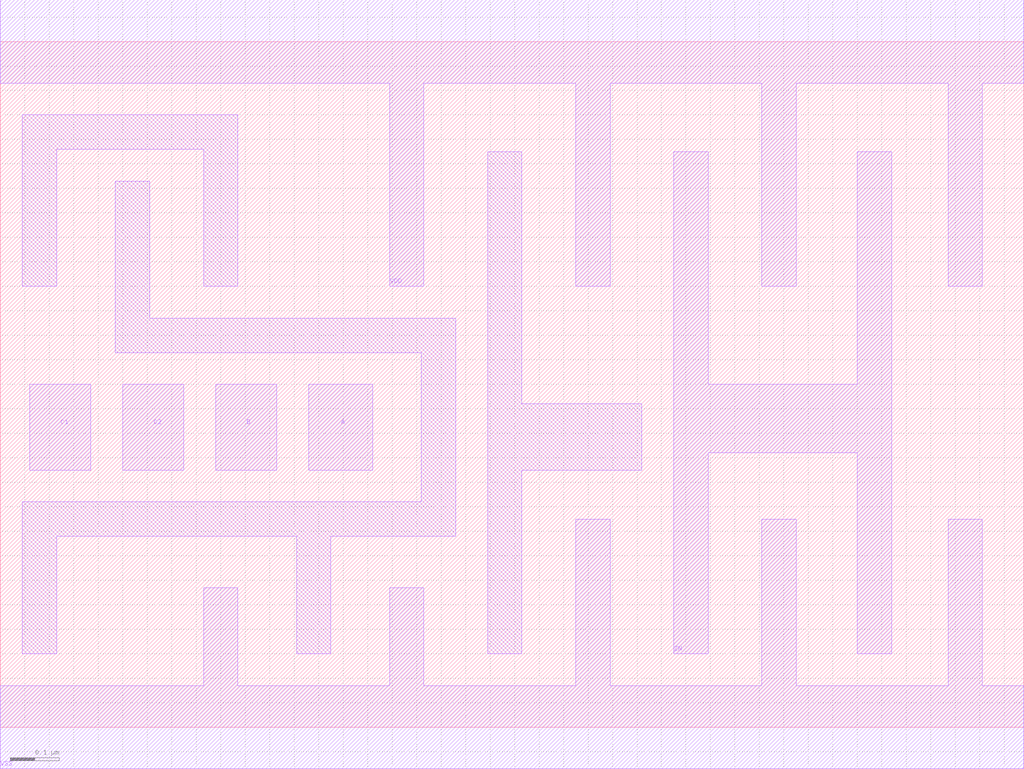
<source format=lef>
# 
# ******************************************************************************
# *                                                                            *
# *                   Copyright (C) 2004-2010, Nangate Inc.                    *
# *                           All rights reserved.                             *
# *                                                                            *
# * Nangate and the Nangate logo are trademarks of Nangate Inc.                *
# *                                                                            *
# * All trademarks, logos, software marks, and trade names (collectively the   *
# * "Marks") in this program are proprietary to Nangate or other respective    *
# * owners that have granted Nangate the right and license to use such Marks.  *
# * You are not permitted to use the Marks without the prior written consent   *
# * of Nangate or such third party that may own the Marks.                     *
# *                                                                            *
# * This file has been provided pursuant to a License Agreement containing     *
# * restrictions on its use. This file contains valuable trade secrets and     *
# * proprietary information of Nangate Inc., and is protected by U.S. and      *
# * international laws and/or treaties.                                        *
# *                                                                            *
# * The copyright notice(s) in this file does not indicate actual or intended  *
# * publication of this file.                                                  *
# *                                                                            *
# *     NGLibraryCreator, v2010.08-HR32-SP3-2010-08-05 - build 1009061800      *
# *                                                                            *
# ******************************************************************************
# 
# 
# Running on brazil06.nangate.com.br for user Giancarlo Franciscatto (gfr).
# Local time is now Fri, 3 Dec 2010, 19:32:18.
# Main process id is 27821.

VERSION 5.6 ;
BUSBITCHARS "[]" ;
DIVIDERCHAR "/" ;

MACRO AOI211_X4
  CLASS core ;
  FOREIGN AOI211_X4 0.0 0.0 ;
  ORIGIN 0 0 ;
  SYMMETRY X Y ;
  SITE FreePDK45_38x28_10R_NP_162NW_34O ;
  SIZE 2.09 BY 1.4 ;
  PIN A
    DIRECTION INPUT ;
    ANTENNAPARTIALMETALAREA 0.02275 LAYER metal1 ;
    ANTENNAPARTIALMETALSIDEAREA 0.0793 LAYER metal1 ;
    ANTENNAGATEAREA 0.05225 ;
    PORT
      LAYER metal1 ;
        POLYGON 0.63 0.525 0.76 0.525 0.76 0.7 0.63 0.7  ;
    END
  END A
  PIN B
    DIRECTION INPUT ;
    ANTENNAPARTIALMETALAREA 0.021875 LAYER metal1 ;
    ANTENNAPARTIALMETALSIDEAREA 0.078 LAYER metal1 ;
    ANTENNAGATEAREA 0.05225 ;
    PORT
      LAYER metal1 ;
        POLYGON 0.44 0.525 0.565 0.525 0.565 0.7 0.44 0.7  ;
    END
  END B
  PIN C1
    DIRECTION INPUT ;
    ANTENNAPARTIALMETALAREA 0.021875 LAYER metal1 ;
    ANTENNAPARTIALMETALSIDEAREA 0.078 LAYER metal1 ;
    ANTENNAGATEAREA 0.05225 ;
    PORT
      LAYER metal1 ;
        POLYGON 0.06 0.525 0.185 0.525 0.185 0.7 0.06 0.7  ;
    END
  END C1
  PIN C2
    DIRECTION INPUT ;
    ANTENNAPARTIALMETALAREA 0.021875 LAYER metal1 ;
    ANTENNAPARTIALMETALSIDEAREA 0.078 LAYER metal1 ;
    ANTENNAGATEAREA 0.05225 ;
    PORT
      LAYER metal1 ;
        POLYGON 0.25 0.525 0.375 0.525 0.375 0.7 0.25 0.7  ;
    END
  END C2
  PIN ZN
    DIRECTION OUTPUT ;
    ANTENNAPARTIALMETALAREA 0.1862 LAYER metal1 ;
    ANTENNAPARTIALMETALSIDEAREA 0.6123 LAYER metal1 ;
    ANTENNADIFFAREA 0.2926 ;
    PORT
      LAYER metal1 ;
        POLYGON 1.375 0.15 1.445 0.15 1.445 0.56 1.75 0.56 1.75 0.15 1.82 0.15 1.82 1.175 1.75 1.175 1.75 0.7 1.445 0.7 1.445 1.175 1.375 1.175  ;
    END
  END ZN
  PIN VDD
    DIRECTION INOUT ;
    USE power ;
    SHAPE ABUTMENT ;
    PORT
      LAYER metal1 ;
        POLYGON 0 1.315 0.485 1.315 0.795 1.315 0.795 0.9 0.865 0.9 0.865 1.315 0.93 1.315 1.175 1.315 1.175 0.9 1.245 0.9 1.245 1.315 1.31 1.315 1.555 1.315 1.555 0.9 1.625 0.9 1.625 1.315 1.935 1.315 1.935 0.9 2.005 0.9 2.005 1.315 2.09 1.315 2.09 1.485 1.31 1.485 0.93 1.485 0.485 1.485 0 1.485  ;
    END
  END VDD
  PIN VSS
    DIRECTION INOUT ;
    USE ground ;
    SHAPE ABUTMENT ;
    PORT
      LAYER metal1 ;
        POLYGON 0 -0.085 2.09 -0.085 2.09 0.085 2.005 0.085 2.005 0.425 1.935 0.425 1.935 0.085 1.625 0.085 1.625 0.425 1.555 0.425 1.555 0.085 1.245 0.085 1.245 0.425 1.175 0.425 1.175 0.085 0.865 0.085 0.865 0.285 0.795 0.285 0.795 0.085 0.485 0.085 0.485 0.285 0.415 0.285 0.415 0.085 0 0.085  ;
    END
  END VSS
  OBS
      LAYER metal1 ;
        POLYGON 0.045 0.9 0.115 0.9 0.115 1.18 0.415 1.18 0.415 0.9 0.485 0.9 0.485 1.25 0.045 1.25  ;
        POLYGON 0.235 0.765 0.86 0.765 0.86 0.46 0.045 0.46 0.045 0.15 0.115 0.15 0.115 0.39 0.605 0.39 0.605 0.15 0.675 0.15 0.675 0.39 0.93 0.39 0.93 0.835 0.305 0.835 0.305 1.115 0.235 1.115  ;
        POLYGON 0.995 0.15 1.065 0.15 1.065 0.525 1.31 0.525 1.31 0.66 1.065 0.66 1.065 1.175 0.995 1.175  ;
  END
END AOI211_X4

END LIBRARY
#
# End of file
#

</source>
